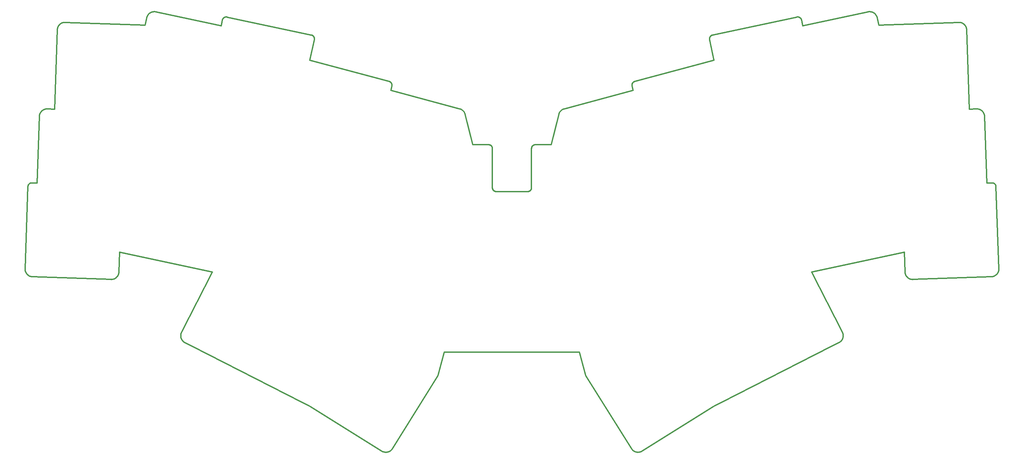
<source format=gko>
%TF.GenerationSoftware,KiCad,Pcbnew,(6.0.6)*%
%TF.CreationDate,2022-07-10T22:01:46+09:00*%
%TF.ProjectId,nowt,6e6f7774-2e6b-4696-9361-645f70636258,rev?*%
%TF.SameCoordinates,Original*%
%TF.FileFunction,Profile,NP*%
%FSLAX46Y46*%
G04 Gerber Fmt 4.6, Leading zero omitted, Abs format (unit mm)*
G04 Created by KiCad (PCBNEW (6.0.6)) date 2022-07-10 22:01:46*
%MOMM*%
%LPD*%
G01*
G04 APERTURE LIST*
%TA.AperFunction,Profile*%
%ADD10C,0.349999*%
%TD*%
G04 APERTURE END LIST*
D10*
X72732052Y-26633205D02*
X72684562Y-26643585D01*
X179229312Y-137667739D02*
X179229312Y-137667739D01*
X270294066Y-91684858D02*
X270321484Y-91591155D01*
X196459436Y-32146363D02*
X196458571Y-32196008D01*
X230533221Y-108676893D02*
X230556741Y-108580901D01*
X262154177Y-29918351D02*
X262154177Y-29918351D01*
X31517647Y-28000906D02*
X31420438Y-28014372D01*
X239057900Y-26212028D02*
X239004616Y-26130299D01*
X239312655Y-26847300D02*
X239312655Y-26847300D01*
X197104277Y-31254241D02*
X197057938Y-31273081D01*
X30308662Y-28594722D02*
X30241604Y-28667264D01*
X266173669Y-50734683D02*
X266105080Y-50667580D01*
X115182141Y-43611429D02*
X115158412Y-43567870D01*
X95089535Y-31428482D02*
X95051952Y-31397916D01*
X140961129Y-70437724D02*
X140954768Y-70387679D01*
X61312380Y-107899411D02*
X61302364Y-107996489D01*
X158350196Y-50718048D02*
X158267650Y-50819922D01*
X26536623Y-50228640D02*
X26444609Y-50261262D01*
X115292264Y-44083444D02*
X115291830Y-44034582D01*
X246454202Y-92234775D02*
X246479056Y-92329472D01*
X140919427Y-60041605D02*
X140906354Y-59994511D01*
X115283828Y-43937348D02*
X115276284Y-43889153D01*
X159215351Y-50134709D02*
X159090155Y-50182210D01*
X260959039Y-28156219D02*
X260869103Y-28119283D01*
X238606083Y-25701634D02*
X238527461Y-25641840D01*
X157961692Y-51404106D02*
X157923999Y-51533734D01*
X23082637Y-69067515D02*
X23034527Y-69076596D01*
X150332259Y-71209324D02*
X150286748Y-71226887D01*
X21719967Y-91967790D02*
X21765159Y-92053167D01*
X270184942Y-91956298D02*
X270225732Y-91867596D01*
X261926812Y-29058686D02*
X261879662Y-28974045D01*
X22355374Y-69595762D02*
X22334060Y-69639653D01*
X22115069Y-92509003D02*
X22185383Y-92574359D01*
X151121017Y-59727217D02*
X151094989Y-59767715D01*
X133937526Y-51404093D02*
X133891589Y-51278317D01*
X270388610Y-91105950D02*
X270387606Y-91006736D01*
X176607371Y-44034612D02*
X176606939Y-44083476D01*
X45123022Y-92941581D02*
X45178184Y-92860700D01*
X196464389Y-32296279D02*
X196471169Y-32346757D01*
X140753275Y-59690353D02*
X140723020Y-59651530D01*
X115428202Y-137033728D02*
X127074427Y-118396346D01*
X115203592Y-43655914D02*
X115182141Y-43611429D01*
X23034527Y-69076596D02*
X22987000Y-69088000D01*
X270139818Y-92043001D02*
X270184942Y-91956298D01*
X115289014Y-43985854D02*
X115283828Y-43937348D01*
X150853716Y-70712723D02*
X150831790Y-70756332D01*
X219850350Y-27125968D02*
X219825312Y-27083788D01*
X196676131Y-31566918D02*
X196647174Y-31605205D01*
X72192515Y-26930397D02*
X72160257Y-26966351D01*
X265717927Y-50384675D02*
X265632564Y-50339464D01*
X266685037Y-51658970D02*
X266659348Y-51563062D01*
X247792500Y-93679900D02*
X247886202Y-93707303D01*
X132929984Y-50237615D02*
X132809048Y-50182236D01*
X159090155Y-50182210D02*
X158969219Y-50237593D01*
X248371389Y-93774355D02*
X248470599Y-93773337D01*
X72336989Y-26803832D02*
X72298703Y-26832788D01*
X237527444Y-25270441D02*
X237429897Y-25264460D01*
X150781583Y-70840244D02*
X150753369Y-70880384D01*
X31714403Y-27988342D02*
X31615691Y-27992209D01*
X53453532Y-25585768D02*
X53371694Y-25641844D01*
X177208207Y-43150756D02*
X177163704Y-43171411D01*
X176998061Y-43274526D02*
X176960094Y-43305158D01*
X114939113Y-43305142D02*
X114901148Y-43274510D01*
X114893202Y-137602513D02*
X114971278Y-137543905D01*
X30530817Y-28397626D02*
X30453761Y-28459444D01*
X246433973Y-92138751D02*
X246454202Y-92234775D01*
X261773790Y-28812742D02*
X261715327Y-28736324D01*
X239193221Y-26471921D02*
X239152303Y-26382985D01*
X219637436Y-26863558D02*
X219600545Y-26832779D01*
X94886303Y-31294074D02*
X94841302Y-31273092D01*
X141847361Y-71280237D02*
X141797317Y-71273879D01*
X145949603Y-71285399D02*
X141949603Y-71285399D01*
X150286748Y-71226887D02*
X150240408Y-71242218D01*
X140938638Y-60137704D02*
X140930200Y-60089363D01*
X22247560Y-69970004D02*
X22244601Y-70019530D01*
X177345170Y-137797033D02*
X177435668Y-137835152D01*
X22668216Y-92890970D02*
X22757716Y-92929939D01*
X220263125Y-28851722D02*
X219956149Y-27407487D01*
X265362947Y-50228750D02*
X265268999Y-50200556D01*
X23039268Y-93020588D02*
X23137067Y-93041620D01*
X94381060Y-126216544D02*
X112670657Y-137669425D01*
X115187462Y-137345843D02*
X115253027Y-137272754D01*
X73129115Y-26637251D02*
X73129115Y-26637251D01*
X52951753Y-26051269D02*
X52894548Y-26130303D01*
X268943344Y-92998125D02*
X269036563Y-92968736D01*
X177816101Y-137942532D02*
X177913822Y-137957446D01*
X177300430Y-43115971D02*
X177253806Y-43132258D01*
X150807735Y-70798866D02*
X150781583Y-70840244D01*
X218871195Y-26621047D02*
X218820719Y-26627828D01*
X140504178Y-59453294D02*
X140462782Y-59427148D01*
X61552420Y-109132568D02*
X61602451Y-109216748D01*
X62217312Y-109837216D02*
X62301801Y-109888442D01*
X140949603Y-60285399D02*
X140948373Y-60235804D01*
X268458163Y-93075324D02*
X268557205Y-93069429D01*
X29797051Y-29527887D02*
X29776817Y-29623916D01*
X22244601Y-70019530D02*
X22244601Y-70019530D01*
X115118553Y-137415467D02*
X115187462Y-137345843D01*
X158061496Y-51156710D02*
X158007627Y-51278328D01*
X29851319Y-29339973D02*
X29821909Y-29433185D01*
X178876335Y-137843293D02*
X178967259Y-137806200D01*
X164824786Y-118396346D02*
X176470996Y-137034179D01*
X140462782Y-59427148D02*
X140420230Y-59403099D01*
X22297966Y-69730316D02*
X22283260Y-69776925D01*
X178499446Y-137945570D02*
X178595296Y-137926974D01*
X115276284Y-43889153D02*
X115266393Y-43841357D01*
X248077439Y-93748304D02*
X248174642Y-93761776D01*
X141028196Y-70674672D02*
X141010290Y-70629262D01*
X261447666Y-28461694D02*
X261372948Y-28401404D01*
X150891043Y-70622609D02*
X150873479Y-70668121D01*
X269299612Y-69290022D02*
X269261076Y-69259113D01*
X239261986Y-26655976D02*
X239229815Y-26562966D01*
X177913822Y-137957446D02*
X178011802Y-137967483D01*
X113209932Y-137904890D02*
X113304821Y-137928071D01*
X176780956Y-137415745D02*
X176853122Y-137481756D01*
X45672885Y-86820426D02*
X69356166Y-91854468D01*
X115158412Y-43567870D02*
X115132554Y-43525540D01*
X230471809Y-108865618D02*
X230504855Y-108772017D01*
X176711987Y-137346163D02*
X176780956Y-137415745D01*
X150620761Y-71026747D02*
X150583343Y-71058982D01*
X95051952Y-31397916D02*
X95012789Y-31369118D01*
X260683118Y-28058482D02*
X260587328Y-28034860D01*
X269494489Y-69511261D02*
X269466900Y-69470816D01*
X140873441Y-59902645D02*
X140853670Y-59858037D01*
X151473461Y-59407678D02*
X151431616Y-59431704D01*
X266555503Y-51287900D02*
X266512395Y-51200771D01*
X23440608Y-93075339D02*
X23440608Y-93075339D01*
X114645407Y-43132242D02*
X114598783Y-43115955D01*
X30864014Y-28191826D02*
X30777302Y-28236931D01*
X114974765Y-45384867D02*
X114974765Y-45384867D01*
X30610536Y-28339893D02*
X30530817Y-28397626D01*
X61296583Y-108191587D02*
X61300846Y-108289253D01*
X248470599Y-93773337D02*
X248470599Y-93773337D01*
X269128133Y-92934870D02*
X269217892Y-92896599D01*
X141390504Y-71114626D02*
X141351298Y-71086747D01*
X53012778Y-25975076D02*
X52951753Y-26051269D01*
X21512065Y-91006743D02*
X21511073Y-91109676D01*
X141177966Y-70921511D02*
X141148279Y-70883736D01*
X44106924Y-93679847D02*
X44199121Y-93647921D01*
X150970238Y-60084182D02*
X150961375Y-60133354D01*
X72025857Y-27169584D02*
X72004876Y-27214584D01*
X52841264Y-26212031D02*
X52792002Y-26296309D01*
X23279246Y-69055037D02*
X23229635Y-69054517D01*
X219956149Y-27407487D02*
X219944177Y-27357423D01*
X248174642Y-93761776D02*
X248272681Y-93770481D01*
X71943103Y-27407483D02*
X71636073Y-28851722D01*
X268458163Y-93075324D02*
X268458163Y-93075324D01*
X21609315Y-91698138D02*
X21641924Y-91790146D01*
X230122960Y-109453058D02*
X230184579Y-109377345D01*
X95012789Y-31369118D02*
X94972095Y-31342162D01*
X266594451Y-51377406D02*
X266555503Y-51287900D01*
X151949603Y-59287265D02*
X151898208Y-59288563D01*
X247110844Y-93303191D02*
X247187893Y-93365010D01*
X54763267Y-25275298D02*
X54665214Y-25266857D01*
X21538593Y-91410930D02*
X21557528Y-91508400D01*
X145949603Y-112396346D02*
X145949603Y-112396346D01*
X22047981Y-92440397D02*
X22115069Y-92509003D01*
X61342415Y-108580593D02*
X61365912Y-108676563D01*
X237233945Y-25266856D02*
X237135890Y-25275297D01*
X112670657Y-137669425D02*
X112756081Y-137719996D01*
X133264176Y-50447946D02*
X133157854Y-50370781D01*
X269645899Y-69920900D02*
X269638131Y-69872298D01*
X269180093Y-69203455D02*
X269137812Y-69178767D01*
X113497318Y-137960397D02*
X113594575Y-137969484D01*
X229916846Y-109661084D02*
X229988978Y-109595063D01*
X158191814Y-50927198D02*
X158122994Y-51039564D01*
X157923999Y-51533734D02*
X155949603Y-59287265D01*
X265544860Y-50298325D02*
X265454944Y-50261380D01*
X150656695Y-70992553D02*
X150656695Y-70992553D01*
X72160257Y-26966351D02*
X72129692Y-27003934D01*
X266300965Y-50878440D02*
X266239007Y-50805010D01*
X45063825Y-93019842D02*
X45123022Y-92941581D01*
X43528069Y-93774327D02*
X43626771Y-93770447D01*
X140853670Y-59858037D02*
X140831733Y-59814422D01*
X45491674Y-91943369D02*
X45497592Y-91844336D01*
X247609764Y-93611596D02*
X247700299Y-93647977D01*
X52792002Y-26296309D02*
X52746861Y-26382988D01*
X151797501Y-59298759D02*
X151748313Y-59307532D01*
X72977762Y-26616866D02*
X72927767Y-26615232D01*
X266739703Y-52060307D02*
X266733510Y-51957559D01*
X262099500Y-29516948D02*
X262073804Y-29421026D01*
X238753273Y-25831794D02*
X238681388Y-25765001D01*
X22335202Y-92694801D02*
X22414466Y-92749628D01*
X72298703Y-26832788D02*
X72261812Y-26863567D01*
X140286457Y-59343876D02*
X140240100Y-59328556D01*
X22848752Y-69135837D02*
X22804390Y-69156220D01*
X128682116Y-112396346D02*
X145949603Y-112396346D01*
X151314130Y-59515102D02*
X151277860Y-59546467D01*
X176960094Y-43305158D02*
X176923646Y-43337623D01*
X269474688Y-92756095D02*
X269555588Y-92700942D01*
X264774532Y-50130367D02*
X264671603Y-50131333D01*
X247349815Y-93476333D02*
X247434356Y-93525712D01*
X72073941Y-27083793D02*
X72048903Y-27125971D01*
X25940783Y-50543395D02*
X25866068Y-50603686D01*
X261828611Y-28892023D02*
X261773790Y-28812742D01*
X95348682Y-31770834D02*
X95327499Y-31727711D01*
X140949603Y-60285399D02*
X140949603Y-60285399D01*
X112932800Y-137807635D02*
X113023746Y-137844643D01*
X269217892Y-92896599D02*
X269305679Y-92853997D01*
X269654238Y-70019530D02*
X269654238Y-70019530D01*
X151048774Y-59852556D02*
X151028712Y-59896776D01*
X133157854Y-50370781D02*
X133046355Y-50300567D01*
X261715327Y-28736324D02*
X261653353Y-28662888D01*
X115253027Y-137272754D02*
X115315101Y-137196304D01*
X140656558Y-59578173D02*
X140656558Y-59578173D01*
X62301801Y-109888442D02*
X62389102Y-109935630D01*
X265800820Y-50433838D02*
X265717927Y-50384675D01*
X95252051Y-31605223D02*
X95223095Y-31566935D01*
X25386945Y-51200681D02*
X25343828Y-51287821D01*
X43822001Y-93748261D02*
X43918198Y-93730079D01*
X266239007Y-50805010D02*
X266173669Y-50734683D01*
X269305679Y-92853997D02*
X269391331Y-92807138D01*
X261587999Y-28592557D02*
X261519393Y-28525452D01*
X239706683Y-28701015D02*
X239706683Y-28701015D01*
X176606939Y-44083476D02*
X176608899Y-44132386D01*
X270225732Y-91867596D02*
X270262128Y-91777060D01*
X237429897Y-25264460D02*
X237332006Y-25263255D01*
X219929842Y-27308552D02*
X219913217Y-27260923D01*
X114861734Y-43245766D02*
X114820942Y-43218963D01*
X133631557Y-50819922D02*
X133549010Y-50718051D01*
X45229237Y-92777362D02*
X45276108Y-92691728D01*
X53988458Y-25341472D02*
X53895246Y-25370843D01*
X230499626Y-107518401D02*
X230466082Y-107425818D01*
X176525722Y-137117016D02*
X176584226Y-137196695D01*
X72048903Y-27125971D02*
X72025857Y-27169584D01*
X230556741Y-108580901D02*
X230575429Y-108484219D01*
X45480912Y-92041559D02*
X45491674Y-91943369D01*
X150949603Y-70285399D02*
X150949603Y-70285399D01*
X176853122Y-137481756D02*
X176928342Y-137544091D01*
X95327499Y-31727711D02*
X95304301Y-31685685D01*
X25304873Y-51377337D02*
X25270208Y-51469110D01*
X266512395Y-51200771D02*
X266465258Y-51116139D01*
X270262128Y-91777060D02*
X270294066Y-91684858D01*
X115428202Y-137033728D02*
X115428202Y-137033728D01*
X140950905Y-70336896D02*
X140949603Y-70285437D01*
X237135890Y-25275297D02*
X237038015Y-25288610D01*
X197487612Y-126216643D02*
X229509402Y-109935973D01*
X145949603Y-112396346D02*
X163217089Y-112396346D01*
X158122994Y-51039564D02*
X158061496Y-51156710D01*
X150949603Y-60285434D02*
X150949603Y-70285399D01*
X95440628Y-32196018D02*
X95439765Y-32146374D01*
X230552663Y-107707165D02*
X230528490Y-107612242D01*
X141094387Y-70803959D02*
X141070307Y-70762083D01*
X140331985Y-59361429D02*
X140286457Y-59343876D01*
X133549010Y-50718051D02*
X133460060Y-50621891D01*
X266659348Y-51563062D02*
X266629109Y-51469167D01*
X114554688Y-137797130D02*
X114642959Y-137754655D01*
X22894029Y-69117651D02*
X22848752Y-69135837D01*
X178690178Y-137903709D02*
X178783916Y-137875806D01*
X22849472Y-92964618D02*
X22943363Y-92994878D01*
X114901148Y-43274510D02*
X114861734Y-43245766D01*
X52894548Y-26130303D02*
X52841264Y-26212031D01*
X25725741Y-50734551D02*
X25660389Y-50804882D01*
X158267650Y-50819922D02*
X158191814Y-50927198D01*
X114642959Y-137754655D02*
X114728898Y-137707991D01*
X230184579Y-109377345D02*
X230242463Y-109298670D01*
X29966118Y-29070885D02*
X29923497Y-29158661D01*
X265268999Y-50200556D02*
X265173229Y-50176919D01*
X115075086Y-43445461D02*
X115043617Y-43407821D01*
X95192318Y-31530043D02*
X95159766Y-31494620D01*
X219070327Y-26619406D02*
X219021109Y-26616091D01*
X61309896Y-108386761D02*
X61323748Y-108483933D01*
X264976744Y-50143801D02*
X264876289Y-50134563D01*
X25598418Y-50878318D02*
X25539959Y-50954737D01*
X246401766Y-91844329D02*
X246407681Y-91943366D01*
X22718747Y-69203458D02*
X22677632Y-69230251D01*
X248272681Y-93770481D02*
X248371389Y-93774355D01*
X150981465Y-60035876D02*
X150970238Y-60084182D01*
X30241604Y-28667264D02*
X30178435Y-28742749D01*
X72878124Y-26616097D02*
X72828907Y-26619413D01*
X219706736Y-26930389D02*
X219672858Y-26896111D01*
X25270208Y-51469110D02*
X25239964Y-51563018D01*
X61981866Y-109660660D02*
X62057229Y-109723190D01*
X158969219Y-50237593D02*
X158852848Y-50300548D01*
X230575429Y-108484219D02*
X230589300Y-108387023D01*
X72591831Y-26671069D02*
X72546738Y-26688076D01*
X176645029Y-43794071D02*
X176632804Y-43841382D01*
X115258303Y-44326695D02*
X115269951Y-44278480D01*
X150994996Y-59988498D02*
X150981465Y-60035876D01*
X151277860Y-59546467D02*
X151243140Y-59579510D01*
X270362514Y-91399912D02*
X270376002Y-91302704D01*
X269615582Y-69776925D02*
X269600875Y-69730314D01*
X237038015Y-25288610D02*
X236940493Y-25306828D01*
X25660389Y-50804882D02*
X25598418Y-50878318D01*
X140145231Y-59304752D02*
X140096883Y-59296335D01*
X25177055Y-51856337D02*
X25165793Y-51957572D01*
X176629254Y-44278517D02*
X176640902Y-44326733D01*
X73129115Y-26637251D02*
X73078511Y-26627828D01*
X151010766Y-59942110D02*
X150994996Y-59988498D01*
X246226321Y-86820426D02*
X246401766Y-91844329D01*
X196460206Y-32246005D02*
X196464389Y-32296279D01*
X269600875Y-69730314D02*
X269583929Y-69684530D01*
X177163704Y-43171411D02*
X177120368Y-43194170D01*
X72502594Y-26707196D02*
X72459472Y-26728380D01*
X151028712Y-59896776D02*
X151010766Y-59942110D01*
X45672885Y-86820426D02*
X45672885Y-86820426D01*
X196847282Y-31397901D02*
X196809697Y-31428466D01*
X26726375Y-50176830D02*
X26630588Y-50200456D01*
X260390803Y-28001776D02*
X260290328Y-27992558D01*
X72226391Y-26896119D02*
X72192515Y-26930397D01*
X26823853Y-50157884D02*
X26726375Y-50176830D01*
X114728898Y-137707991D02*
X114812361Y-137657243D01*
X115010418Y-43371851D02*
X114975560Y-43337607D01*
X261046763Y-28197350D02*
X260959039Y-28156219D01*
X53371694Y-25641844D02*
X53293074Y-25701638D01*
X61300846Y-108289253D02*
X61309896Y-108386761D01*
X246776340Y-92941621D02*
X246835541Y-93019886D01*
X30379534Y-28525285D02*
X30379534Y-28525285D01*
X150690891Y-70956620D02*
X150656695Y-70992553D01*
X52192523Y-28701015D02*
X52192523Y-28701015D01*
X269261076Y-69259113D02*
X269221208Y-69230247D01*
X177622634Y-137898095D02*
X177718814Y-137922713D01*
X270387606Y-91006736D02*
X269654238Y-70019530D01*
X269543466Y-69595760D02*
X269520023Y-69552936D01*
X150544522Y-71089222D02*
X150504382Y-71117434D01*
X29923497Y-29158661D02*
X29885206Y-29248411D01*
X31324229Y-28032544D02*
X31229187Y-28055361D01*
X177256857Y-137754620D02*
X177345170Y-137797033D01*
X22562113Y-69322947D02*
X22526672Y-69357667D01*
X115158412Y-43567870D02*
X115158412Y-43567870D01*
X247700299Y-93647977D02*
X247792500Y-93679900D01*
X115239617Y-43747311D02*
X115222755Y-43701237D01*
X261969931Y-29145826D02*
X261926812Y-29058686D01*
X179056514Y-137764557D02*
X179143923Y-137718393D01*
X21515244Y-91211439D02*
X21524458Y-91311900D01*
X149949572Y-71285434D02*
X149949572Y-71285434D01*
X133365013Y-50531753D02*
X133264176Y-50447946D01*
X230427873Y-107334672D02*
X230385012Y-107245139D01*
X219352503Y-26688066D02*
X219307409Y-26671059D01*
X95279135Y-31644831D02*
X95252051Y-31605223D01*
X246479056Y-92329472D02*
X246508462Y-92422680D01*
X151094989Y-59767715D02*
X151070887Y-59809515D01*
X53538047Y-25533815D02*
X53453532Y-25585768D01*
X219956149Y-27407487D02*
X219956149Y-27407487D01*
X114551203Y-43101933D02*
X114551203Y-43101933D01*
X238185991Y-25443293D02*
X238095736Y-25404792D01*
X114598783Y-43115955D02*
X114551203Y-43101933D01*
X141652241Y-71240445D02*
X141605777Y-71224724D01*
X268911839Y-69087996D02*
X268864314Y-69076592D01*
X268752604Y-93043175D02*
X268848637Y-93022962D01*
X114975560Y-43337607D02*
X114939113Y-43305142D01*
X140906354Y-59994511D02*
X140891014Y-59948164D01*
X219214676Y-26643576D02*
X219167185Y-26633197D01*
X54274691Y-25281167D02*
X54178355Y-25296602D01*
X239152303Y-26382985D02*
X239107163Y-26296305D01*
X135949603Y-59287265D02*
X135949603Y-59287265D01*
X115266393Y-43841357D02*
X115254167Y-43794047D01*
X266359413Y-50954852D02*
X266300965Y-50878440D01*
X269004809Y-69117647D02*
X268958699Y-69101691D01*
X163217089Y-112396346D02*
X164824786Y-118396346D01*
X22493138Y-69393940D02*
X22461548Y-69431684D01*
X140981092Y-70535347D02*
X140969924Y-70486967D01*
X72129692Y-27003934D02*
X72100895Y-27043097D01*
X176676441Y-43701259D02*
X176659579Y-43747334D01*
X26018359Y-50486693D02*
X25940783Y-50543395D01*
X266465258Y-51116139D02*
X266414220Y-51034126D01*
X29744601Y-29918353D02*
X29744601Y-29918353D01*
X45497592Y-91844336D02*
X45672885Y-86820426D01*
X23229635Y-69054517D02*
X23180274Y-69056444D01*
X269633868Y-92641753D02*
X269709369Y-92578601D01*
X150949603Y-70285399D02*
X150948374Y-70334994D01*
X196571720Y-31727694D02*
X196550535Y-31770818D01*
X95439765Y-32146374D02*
X95436452Y-32097156D01*
X94648402Y-31211313D02*
X73129115Y-26637251D01*
X266629109Y-51469167D02*
X266594451Y-51377406D01*
X53077523Y-25901870D02*
X53012778Y-25975076D01*
X22496470Y-92800685D02*
X22581093Y-92847842D01*
X54082886Y-25316714D02*
X53988458Y-25341472D01*
X230589300Y-108387023D02*
X230598367Y-108289491D01*
X140583173Y-59511743D02*
X140544336Y-59481504D01*
X196499561Y-31906026D02*
X196486923Y-31952794D01*
X239229815Y-26562966D02*
X239193221Y-26471921D01*
X179229312Y-137667739D02*
X197487612Y-126216643D01*
X61346595Y-107707082D02*
X61327129Y-107802883D01*
X26266955Y-50339334D02*
X26181575Y-50384541D01*
X177435668Y-137835152D02*
X177528204Y-137868874D01*
X158852848Y-50300548D02*
X158741348Y-50370765D01*
X22677632Y-69230251D02*
X22637766Y-69259117D01*
X21984239Y-92368671D02*
X22047981Y-92440397D01*
X196594920Y-31685668D02*
X196571720Y-31727694D01*
X140891014Y-59948164D02*
X140873441Y-59902645D01*
X151652583Y-59332115D02*
X151606167Y-59347800D01*
X71969411Y-27308551D02*
X71955075Y-27357420D01*
X261879662Y-28974045D02*
X261828611Y-28892023D01*
X94841302Y-31273092D02*
X94794964Y-31254251D01*
X246401766Y-91844329D02*
X246401766Y-91844329D01*
X237816278Y-25316711D02*
X237720809Y-25296599D01*
X115104756Y-43484719D02*
X115075086Y-43445461D01*
X177078268Y-43218978D02*
X177037476Y-43245781D01*
X176924441Y-45384867D02*
X159344500Y-50095401D01*
X150930210Y-70481425D02*
X150919442Y-70529179D01*
X44465051Y-93525653D02*
X44549586Y-93476274D01*
X115279160Y-44229959D02*
X115285940Y-44181220D01*
X270376002Y-91302704D02*
X270384721Y-91204662D01*
X23440608Y-93075339D02*
X43428866Y-93773314D01*
X21678848Y-91880073D02*
X21719967Y-91967790D01*
X159344500Y-50095401D02*
X159215351Y-50134709D01*
X44711499Y-93364952D02*
X44788543Y-93303135D01*
X262043557Y-29327117D02*
X262008890Y-29235344D01*
X219522650Y-26776736D02*
X219481797Y-26751569D01*
X114820942Y-43218963D02*
X114778844Y-43194155D01*
X22761027Y-69178771D02*
X22718747Y-69203458D01*
X23137067Y-93041620D02*
X23236637Y-93057842D01*
X26181575Y-50384541D02*
X26098666Y-50433701D01*
X176928342Y-137544091D02*
X177006470Y-137602649D01*
X219307409Y-26671059D02*
X219261442Y-26656213D01*
X94794964Y-31254251D02*
X94747335Y-31237624D01*
X177087362Y-137657325D02*
X177170873Y-137708016D01*
X219167185Y-26633197D02*
X219119043Y-26625125D01*
X238361108Y-25533811D02*
X238274506Y-25486310D01*
X113116181Y-137877071D02*
X113209932Y-137904890D01*
X196620087Y-31644814D02*
X196594920Y-31685668D01*
X61323748Y-108483933D02*
X61342415Y-108580593D01*
X128682116Y-112396346D02*
X128682116Y-112396346D01*
X158635027Y-50447933D02*
X158534191Y-50531744D01*
X95159766Y-31494620D02*
X95125489Y-31460742D01*
X158534191Y-50531744D02*
X158439145Y-50621885D01*
X43428866Y-93773314D02*
X43528069Y-93774327D01*
X140048035Y-59290287D02*
X139998769Y-59286642D01*
X151178602Y-59650382D02*
X151148909Y-59688085D01*
X69356166Y-91854468D02*
X69356166Y-91854468D01*
X269466900Y-69470816D02*
X269437293Y-69431680D01*
X150961375Y-60133354D02*
X150954939Y-60183328D01*
X197487612Y-126216643D02*
X197487612Y-126216643D01*
X197602359Y-37674814D02*
X177348010Y-43101950D01*
X62057229Y-109723190D02*
X62135750Y-109782087D01*
X45276108Y-92691728D02*
X45318722Y-92603959D01*
X229509402Y-109935973D02*
X229596744Y-109888808D01*
X22637766Y-69259117D02*
X22599232Y-69290026D01*
X114551203Y-43101933D02*
X94296847Y-37674814D01*
X246226321Y-86820426D02*
X246226321Y-86820426D01*
X230598367Y-108289491D02*
X230602644Y-108191800D01*
X267334750Y-69099917D02*
X267334750Y-69099917D01*
X237720809Y-25296599D02*
X237624473Y-25281165D01*
X219439771Y-26728370D02*
X219396648Y-26707186D01*
X52609528Y-26750805D02*
X52586505Y-26847303D01*
X196647174Y-31605205D02*
X196620087Y-31644814D01*
X139998769Y-59286642D02*
X139949168Y-59285434D01*
X150919442Y-70529179D02*
X150906376Y-70576267D01*
X178207836Y-137973049D02*
X178305540Y-137968637D01*
X61399625Y-107518371D02*
X61370765Y-107612186D01*
X238003916Y-25370840D02*
X237910705Y-25341469D01*
X114464231Y-137835314D02*
X114554688Y-137797130D01*
X151391071Y-59457658D02*
X151351888Y-59485478D01*
X61427269Y-108865249D02*
X61464713Y-108956683D01*
X196471169Y-32346757D02*
X196480593Y-32397362D01*
X141949603Y-71285399D02*
X141949603Y-71285399D01*
X247267606Y-93422745D02*
X247349815Y-93476333D01*
X22461548Y-69431684D02*
X22431940Y-69470819D01*
X176740786Y-43567889D02*
X176740786Y-43567889D01*
X141699693Y-71253920D02*
X141652241Y-71240445D01*
X230528490Y-107612242D02*
X230499626Y-107518401D01*
X269437293Y-69431680D02*
X269405705Y-69393936D01*
X72004876Y-27214584D02*
X71986036Y-27260923D01*
X196458571Y-32196008D02*
X196460206Y-32246005D01*
X61841073Y-109525241D02*
X61909775Y-109594632D01*
X140954768Y-70387679D02*
X140950905Y-70336896D01*
X269372173Y-69357663D02*
X269336734Y-69322943D01*
X267334750Y-69099917D02*
X266739703Y-52060307D01*
X155949603Y-59287265D02*
X155949603Y-59287265D01*
X72780192Y-26625132D02*
X72732052Y-26633205D01*
X150873479Y-70668121D02*
X150853716Y-70712723D01*
X158741348Y-50370765D02*
X158635027Y-50447933D01*
X229841442Y-109723604D02*
X229916846Y-109661084D01*
X43626771Y-93770447D02*
X43724803Y-93761738D01*
X54567155Y-25263256D02*
X54469265Y-25264462D01*
X61433162Y-107425814D02*
X61399625Y-107518371D01*
X238527461Y-25641840D02*
X238445620Y-25585764D01*
X268864314Y-69076592D02*
X268816205Y-69067511D01*
X247187893Y-93365010D02*
X247267606Y-93422745D01*
X95422663Y-32000299D02*
X95412286Y-31952808D01*
X140620608Y-59543977D02*
X140583173Y-59511743D01*
X177006470Y-137602649D02*
X177087362Y-137657325D01*
X236940493Y-25306828D02*
X236940493Y-25306828D01*
X269094449Y-69156216D02*
X269050087Y-69135833D01*
X219481797Y-26751569D02*
X219439771Y-26728370D01*
X31135478Y-28082759D02*
X31043269Y-28114678D01*
X113304821Y-137928071D02*
X113400675Y-137946583D01*
X22526672Y-69357667D02*
X22493138Y-69393940D01*
X246508462Y-92422680D02*
X246542344Y-92514238D01*
X45357007Y-92514217D02*
X45390889Y-92422663D01*
X45497592Y-91844336D02*
X45497592Y-91844336D01*
X22599232Y-69290026D02*
X22562113Y-69322947D01*
X270344321Y-91496117D02*
X270362514Y-91399912D01*
X196969322Y-31317109D02*
X196927142Y-31342148D01*
X114371731Y-137869104D02*
X114464231Y-137835314D01*
X269651281Y-69970004D02*
X269645899Y-69920900D01*
X43428866Y-93773314D02*
X43428866Y-93773314D01*
X21557528Y-91508400D02*
X21581143Y-91604179D01*
X196480593Y-32397362D02*
X197602359Y-37674814D01*
X268619601Y-69055033D02*
X268619601Y-69055033D01*
X237624473Y-25281165D02*
X237527444Y-25270441D01*
X44199121Y-93647921D02*
X44289652Y-93611539D01*
X115132554Y-43525540D02*
X115104756Y-43484719D01*
X197012936Y-31294062D02*
X196969322Y-31317109D01*
X29036982Y-50194493D02*
X29036982Y-50194493D01*
X150376860Y-71189564D02*
X150332259Y-71209324D01*
X176659579Y-43747334D02*
X176645029Y-43794071D01*
X127074427Y-118396346D02*
X127074427Y-118396346D01*
X196468470Y-32048427D02*
X196462752Y-32097144D01*
X177348010Y-43101950D02*
X177348010Y-43101950D01*
X72828907Y-26619413D02*
X72780192Y-26625132D01*
X219600545Y-26832779D02*
X219562258Y-26803822D01*
X141148279Y-70883736D02*
X141120398Y-70844531D01*
X113888274Y-137968088D02*
X113986232Y-137957972D01*
X150583343Y-71058982D02*
X150544522Y-71089222D01*
X196550535Y-31770818D02*
X196531415Y-31814964D01*
X150240408Y-71242218D02*
X150193323Y-71255283D01*
X266722248Y-51856340D02*
X266706048Y-51756770D01*
X176470996Y-137034179D02*
X176525722Y-137117016D01*
X197057938Y-31273081D02*
X197012936Y-31294062D01*
X140969924Y-70486967D02*
X140961129Y-70437724D01*
X158439145Y-50621885D02*
X158350196Y-50718048D01*
X22404351Y-69511264D02*
X22378817Y-69552939D01*
X140192997Y-59315504D02*
X140145231Y-59304752D01*
X61602451Y-109216748D02*
X61656448Y-109298241D01*
X95418597Y-32397368D02*
X95428024Y-32346764D01*
X140831733Y-59814422D02*
X140807666Y-59771882D01*
X30952726Y-28151054D02*
X30864014Y-28191826D01*
X151351888Y-59485478D02*
X151314130Y-59515102D01*
X197602359Y-37674814D02*
X197602359Y-37674814D01*
X30379534Y-28525285D02*
X30308662Y-28594722D01*
X45318722Y-92603959D02*
X45357007Y-92514217D01*
X197250842Y-31211308D02*
X197250842Y-31211308D01*
X62389102Y-109935630D02*
X62389102Y-109935630D01*
X72100895Y-27043097D02*
X72073941Y-27083793D01*
X220263125Y-28851722D02*
X220263125Y-28851722D01*
X95412286Y-31952808D02*
X95399651Y-31906041D01*
X218770114Y-26637253D02*
X197250842Y-31211308D01*
X52586505Y-26847303D02*
X52586505Y-26847303D01*
X248470599Y-93773337D02*
X268458163Y-93075324D01*
X238821639Y-25901866D02*
X238753273Y-25831794D01*
X219873396Y-27169582D02*
X219850350Y-27125968D01*
X45420294Y-92329458D02*
X45445149Y-92234766D01*
X262136720Y-29714349D02*
X262120515Y-29614763D01*
X115046443Y-137481522D02*
X115118553Y-137415467D01*
X150145573Y-71266048D02*
X150097241Y-71274480D01*
X61327129Y-107802883D02*
X61312380Y-107899411D01*
X21867279Y-92216379D02*
X21923965Y-92293955D01*
X25485140Y-51034018D02*
X25434092Y-51116040D01*
X268557205Y-93069429D02*
X268655406Y-93058688D01*
X219894377Y-27214583D02*
X219873396Y-27169582D01*
X246542344Y-92514238D02*
X246580630Y-92603985D01*
X176610186Y-43985883D02*
X176607371Y-44034612D01*
X140544336Y-59481504D02*
X140504178Y-59453294D01*
X25794344Y-50667445D02*
X25725741Y-50734551D01*
X94972095Y-31342162D02*
X94929916Y-31317122D01*
X269564780Y-69639651D02*
X269543466Y-69595760D01*
X151949603Y-59287265D02*
X151949603Y-59287265D01*
X26444609Y-50261262D02*
X26354676Y-50298200D01*
X29761282Y-29721111D02*
X29750519Y-29819310D01*
X151847487Y-59292415D02*
X151797501Y-59298759D01*
X45465379Y-92138745D02*
X45480912Y-92041559D01*
X246623246Y-92691758D02*
X246670119Y-92777396D01*
X151560799Y-59365664D02*
X151516543Y-59385644D01*
X140807666Y-59771882D02*
X140781502Y-59730498D01*
X139949168Y-59285434D02*
X139949168Y-59285434D01*
X269851382Y-92440703D02*
X269917238Y-92366492D01*
X158007627Y-51278328D02*
X157961692Y-51404106D01*
X141313521Y-71057061D02*
X141277237Y-71025632D01*
X52705943Y-26471924D02*
X52669348Y-26562970D01*
X141797317Y-71273879D02*
X141748073Y-71265085D01*
X53713168Y-25443296D02*
X53624651Y-25486314D01*
X176640902Y-44326733D02*
X176640902Y-44326733D01*
X45390889Y-92422663D02*
X45420294Y-92329458D01*
X133707395Y-50927194D02*
X133631557Y-50819922D01*
X269917238Y-92366492D02*
X269979072Y-92289450D01*
X30064058Y-28901900D02*
X30012996Y-28985244D01*
X269221208Y-69230247D02*
X269180093Y-69203455D01*
X43918198Y-93730079D02*
X44013228Y-93707253D01*
X230504855Y-108772017D02*
X230504855Y-108772017D01*
X27228083Y-50131324D02*
X27228083Y-50131324D01*
X61656448Y-109298241D02*
X61714294Y-109376910D01*
X196514407Y-31860058D02*
X196499561Y-31906026D01*
X53145888Y-25831798D02*
X53077523Y-25901870D01*
X31813616Y-27989368D02*
X31714403Y-27988342D01*
X176622914Y-43889180D02*
X176615370Y-43937376D01*
X72546738Y-26688076D02*
X72502594Y-26707196D01*
X73028035Y-26621049D02*
X72977762Y-26616866D01*
X114735508Y-43171396D02*
X114691006Y-43150740D01*
X176924441Y-45384867D02*
X176924441Y-45384867D01*
X71636073Y-28851722D02*
X54958659Y-25306828D01*
X269391331Y-92807138D02*
X269474688Y-92756095D01*
X177253806Y-43132258D02*
X177208207Y-43150756D01*
X246835541Y-93019886D02*
X246898705Y-93095370D01*
X115222755Y-43701237D02*
X115203592Y-43655914D01*
X145949603Y-71285399D02*
X145949603Y-71285399D01*
X176794445Y-43484737D02*
X176766645Y-43525558D01*
X176608899Y-44132386D02*
X176613264Y-44181255D01*
X23337857Y-93069125D02*
X23440608Y-93075339D01*
X25539959Y-50954737D02*
X25485140Y-51034018D01*
X196739463Y-31494603D02*
X196706910Y-31530026D01*
X159344500Y-50095401D02*
X159344500Y-50095401D01*
X178305540Y-137968637D02*
X178402802Y-137959467D01*
X141431077Y-71140635D02*
X141390504Y-71114626D01*
X94296847Y-37674814D02*
X94296847Y-37674814D01*
X72927767Y-26615232D02*
X72878124Y-26616097D01*
X52669348Y-26562970D02*
X52637176Y-26655979D01*
X22562113Y-69322947D02*
X22562113Y-69322947D01*
X45178184Y-92860700D02*
X45229237Y-92777362D01*
X196809697Y-31428466D02*
X196773742Y-31460726D01*
X61909775Y-109594632D02*
X61981866Y-109660660D01*
X268718570Y-69056440D02*
X268669211Y-69054513D01*
X197200778Y-31223280D02*
X197151907Y-31237616D01*
X176620045Y-44229994D02*
X176629254Y-44278517D01*
X230385012Y-107245139D02*
X230385012Y-107245139D01*
X114691006Y-43150740D02*
X114645407Y-43132242D01*
X22283260Y-69776925D02*
X22270829Y-69824280D01*
X238947411Y-26051265D02*
X238886385Y-25975072D01*
X141120398Y-70844531D02*
X141094387Y-70803959D01*
X260085604Y-27989373D02*
X239706683Y-28701015D01*
X113790228Y-137973359D02*
X113888274Y-137968088D01*
X25434092Y-51116040D02*
X25386945Y-51200681D01*
X21581143Y-91604179D02*
X21609315Y-91698138D01*
X114812361Y-137657243D02*
X114893202Y-137602513D01*
X229509402Y-109935973D02*
X229509402Y-109935973D01*
X23279246Y-69055037D02*
X23279246Y-69055037D01*
X266733510Y-51957559D02*
X266722248Y-51856340D01*
X22378817Y-69552939D02*
X22355374Y-69595762D01*
X61297094Y-108093940D02*
X61296583Y-108191587D01*
X219913217Y-27260923D02*
X219894377Y-27214583D01*
X72417448Y-26751579D02*
X72376595Y-26776746D01*
X261519393Y-28525452D02*
X261447666Y-28461694D01*
X237910705Y-25341469D02*
X237816278Y-25316711D01*
X114974765Y-45384867D02*
X115258303Y-44326695D01*
X21524458Y-91311900D02*
X21538593Y-91410930D01*
X150954939Y-60183328D02*
X150950995Y-60234042D01*
X229681275Y-109837601D02*
X229762879Y-109782488D01*
X177718814Y-137922713D02*
X177718814Y-137922713D01*
X196886446Y-31369103D02*
X196847282Y-31397901D01*
X151699986Y-59318671D02*
X151652583Y-59332115D01*
X176717056Y-43611449D02*
X176695604Y-43655935D01*
X266414220Y-51034126D02*
X266359413Y-50954852D01*
X95304301Y-31685685D02*
X95279135Y-31644831D01*
X54665214Y-25266857D02*
X54567155Y-25263256D01*
X270090424Y-92127538D02*
X270139818Y-92043001D01*
X150504382Y-71117434D02*
X150463003Y-71143585D01*
X54861140Y-25288611D02*
X54763267Y-25275298D01*
X22270829Y-69824280D02*
X22260711Y-69872299D01*
X247521060Y-93570821D02*
X247609764Y-93611596D01*
X246721175Y-92860737D02*
X246776340Y-92941621D01*
X94381060Y-126216544D02*
X94381060Y-126216544D01*
X150048409Y-71280544D02*
X149999159Y-71284207D01*
X54958659Y-25306828D02*
X54958659Y-25306828D01*
X247036624Y-93237349D02*
X247110844Y-93303191D01*
X219119043Y-26625125D02*
X219070327Y-26619406D01*
X270387606Y-91006736D02*
X270387606Y-91006736D01*
X114083928Y-137942981D02*
X114181185Y-137923087D01*
X247434356Y-93525712D02*
X247521060Y-93570821D01*
X114971278Y-137543905D02*
X115046443Y-137481522D01*
X264671603Y-50131333D02*
X264671603Y-50131333D01*
X178595296Y-137926974D02*
X178690178Y-137903709D01*
X219672858Y-26896111D02*
X219637436Y-26863558D01*
X25239964Y-51563018D02*
X25214270Y-51658939D01*
X115290304Y-44132353D02*
X115292264Y-44083444D01*
X269654238Y-70019530D02*
X269651281Y-69970004D01*
X196927142Y-31342148D02*
X196886446Y-31369103D01*
X23236637Y-93057842D02*
X23337857Y-93069125D01*
X133460060Y-50621891D02*
X133365013Y-50531753D01*
X22185383Y-92574359D02*
X22258801Y-92636335D01*
X266033371Y-50603823D02*
X265958671Y-50543533D01*
X114181185Y-137923087D02*
X114181185Y-137923087D01*
X22581093Y-92847842D02*
X22668216Y-92890970D01*
X26098666Y-50433701D02*
X26018359Y-50486693D01*
X31420438Y-28014372D02*
X31324229Y-28032544D01*
X238095736Y-25404792D02*
X238003916Y-25370840D01*
X238274506Y-25486310D02*
X238185991Y-25443293D01*
X115258303Y-44326695D02*
X115258303Y-44326695D01*
X24564463Y-69099917D02*
X23279246Y-69055037D01*
X140948373Y-60235804D02*
X140944707Y-60186545D01*
X141949603Y-71285399D02*
X141898144Y-71284098D01*
X238681388Y-25765001D02*
X238606083Y-25701634D01*
X230346562Y-109132981D02*
X230392547Y-109046235D01*
X150906376Y-70576267D02*
X150891043Y-70622609D01*
X261132146Y-28242555D02*
X261046763Y-28197350D01*
X53453532Y-25585768D02*
X53453532Y-25585768D01*
X94929916Y-31317122D02*
X94886303Y-31294074D01*
X176632804Y-43841382D02*
X176622914Y-43889180D01*
X218820719Y-26627828D02*
X218770114Y-26637253D01*
X27023365Y-50134517D02*
X26922893Y-50143739D01*
X150656695Y-70992553D02*
X150620761Y-71026747D01*
X44549586Y-93476274D02*
X44631791Y-93422686D01*
X261295368Y-28344704D02*
X261215058Y-28291714D01*
X260869103Y-28119283D02*
X260777086Y-28086664D01*
X140949603Y-70285437D02*
X140949603Y-70285437D01*
X61471361Y-107334693D02*
X61433162Y-107425814D01*
X25193257Y-51756753D02*
X25177055Y-51856337D01*
X30777302Y-28236931D02*
X30692754Y-28286307D01*
X150097241Y-71274480D02*
X150048409Y-71280544D01*
X246898705Y-93095370D02*
X246965757Y-93167912D01*
X95223095Y-31566935D02*
X95192318Y-31530043D01*
X230057721Y-109525676D02*
X230122960Y-109453058D01*
X22258801Y-92636335D02*
X22335202Y-92694801D01*
X140240100Y-59328556D02*
X140192997Y-59315504D01*
X95438991Y-32246014D02*
X95440628Y-32196018D01*
X22414466Y-92749628D02*
X22496470Y-92800685D01*
X230392547Y-109046235D02*
X230434334Y-108957069D01*
X157923999Y-51533734D02*
X157923999Y-51533734D01*
X95430735Y-32048440D02*
X95422663Y-32000299D01*
X219021109Y-26616091D02*
X218971465Y-26615227D01*
X30692754Y-28286307D02*
X30610536Y-28339893D01*
X151070887Y-59809515D02*
X151048774Y-59852556D01*
X61370765Y-107612186D02*
X61346595Y-107707082D01*
X151148909Y-59688085D02*
X151121017Y-59727217D01*
X237332006Y-25263255D02*
X237233945Y-25266856D01*
X176855586Y-43407837D02*
X176824116Y-43445478D01*
X133837717Y-51156702D02*
X133776217Y-51039557D01*
X61775874Y-109452622D02*
X61841073Y-109525241D01*
X61464713Y-108956683D02*
X61506469Y-109045834D01*
X22252942Y-69920900D02*
X22247560Y-69970004D01*
X239107163Y-26296305D02*
X239057900Y-26212028D01*
X265454944Y-50261380D02*
X265362947Y-50228750D01*
X95418597Y-32397368D02*
X95418597Y-32397368D01*
X115269951Y-44278480D02*
X115279160Y-44229959D01*
X22757716Y-92929939D02*
X22849472Y-92964618D01*
X30119228Y-28821015D02*
X30064058Y-28901900D01*
X150831790Y-70756332D02*
X150807735Y-70798866D01*
X62389102Y-109935630D02*
X94381060Y-126216544D01*
X177348010Y-43101950D02*
X177300430Y-43115971D01*
X141560366Y-71206820D02*
X141516071Y-71186795D01*
X178011802Y-137967483D02*
X178109865Y-137972675D01*
X178967259Y-137806200D02*
X179056514Y-137764557D01*
X151748313Y-59307532D02*
X151699986Y-59318671D01*
X239004616Y-26130299D02*
X238947411Y-26051265D01*
X176695604Y-43655935D02*
X176676441Y-43701259D01*
X196531415Y-31814964D02*
X196514407Y-31860058D01*
X61514209Y-107245185D02*
X61514209Y-107245185D01*
X141209396Y-70957794D02*
X141177966Y-70921511D01*
X71955075Y-27357420D02*
X71943103Y-27407483D01*
X31043269Y-28114678D02*
X30952726Y-28151054D01*
X236940493Y-25306828D02*
X220263125Y-28851722D01*
X44631791Y-93422686D02*
X44711499Y-93364952D01*
X265632564Y-50339464D02*
X265544860Y-50298325D01*
X29821909Y-29433185D02*
X29797051Y-29527887D01*
X261372948Y-28401404D02*
X261295368Y-28344704D01*
X133891589Y-51278317D02*
X133837717Y-51156702D01*
X260587328Y-28034860D02*
X260489846Y-28015917D01*
X141898144Y-71284098D02*
X141847361Y-71280237D01*
X22244601Y-70019530D02*
X21512065Y-91006743D01*
X151210033Y-59614169D02*
X151178602Y-59650382D01*
X115373542Y-137116594D02*
X115428202Y-137033728D01*
X196476544Y-32000285D02*
X196468470Y-32048427D01*
X219769559Y-27003928D02*
X219738994Y-26966344D01*
X150193323Y-71255283D02*
X150145573Y-71266048D01*
X114778844Y-43194155D02*
X114735508Y-43171396D01*
X141048223Y-70718967D02*
X141028196Y-70674672D01*
X29776817Y-29623916D02*
X29761282Y-29721111D01*
X230242463Y-109298670D02*
X230296496Y-109217171D01*
X95125489Y-31460742D02*
X95089535Y-31428482D01*
X269709369Y-92578601D02*
X269781927Y-92511560D01*
X53293074Y-25701638D02*
X53217772Y-25765005D01*
X114277335Y-137898396D02*
X114371731Y-137869104D01*
X230602144Y-108094128D02*
X230596883Y-107996650D01*
X268816205Y-69067511D02*
X268767596Y-69060783D01*
X140949603Y-70285437D02*
X140949603Y-60285399D01*
X140376604Y-59381182D02*
X140331985Y-59361429D01*
X269050087Y-69135833D02*
X269004809Y-69117647D01*
X141277237Y-71025632D02*
X141242508Y-70992522D01*
X176613264Y-44181255D02*
X176620045Y-44229994D01*
X197250842Y-31211308D02*
X197200778Y-31223280D01*
X230385012Y-107245139D02*
X222543032Y-91854468D01*
X22943363Y-92994878D02*
X23039268Y-93020588D01*
X265075767Y-50157960D02*
X264976744Y-50143801D01*
X266105080Y-50667580D02*
X266033371Y-50603823D01*
X196773742Y-31460726D02*
X196739463Y-31494603D01*
X141351298Y-71086747D02*
X141313521Y-71057061D01*
X140420230Y-59403099D02*
X140376604Y-59381182D01*
X230296496Y-109217171D02*
X230346562Y-109132981D01*
X164824786Y-118396346D02*
X164824786Y-118396346D01*
X260188552Y-27988383D02*
X260085604Y-27989373D01*
X52192523Y-28701015D02*
X31813616Y-27989368D01*
X95399651Y-31906041D02*
X95384806Y-31860074D01*
X218770114Y-26637253D02*
X218770114Y-26637253D01*
X95367800Y-31814980D02*
X95348682Y-31770834D01*
X268958699Y-69101691D02*
X268911839Y-69087996D01*
X22804390Y-69156220D02*
X22761027Y-69178771D01*
X230504855Y-108772017D02*
X230533221Y-108676893D01*
X150753369Y-70880384D02*
X150723127Y-70919203D01*
X247981236Y-93730125D02*
X248077439Y-93748304D01*
X269583929Y-69684530D02*
X269564780Y-69639651D01*
X246407681Y-91943366D02*
X246418441Y-92041560D01*
X230466082Y-107425818D02*
X230427873Y-107334672D01*
X230596883Y-107996650D02*
X230586872Y-107899546D01*
X266706048Y-51756770D02*
X266685037Y-51658970D01*
X27228083Y-50131324D02*
X27125138Y-50130338D01*
X115285940Y-44181220D02*
X115290304Y-44132353D01*
X151606167Y-59347800D02*
X151560799Y-59365664D01*
X24564463Y-69099917D02*
X24564463Y-69099917D01*
X141070307Y-70762083D02*
X141048223Y-70718967D01*
X72376595Y-26776746D02*
X72336989Y-26803832D01*
X218921469Y-26616863D02*
X218871195Y-26621047D01*
X45000666Y-93095323D02*
X45063825Y-93019842D01*
X141748073Y-71265085D02*
X141699693Y-71253920D01*
X270036821Y-92209744D02*
X270090424Y-92127538D01*
X178109865Y-137972675D02*
X178207836Y-137973049D01*
X176888786Y-43371867D02*
X176855586Y-43407837D01*
X21923965Y-92293955D02*
X21984239Y-92368671D01*
X230572128Y-107802992D02*
X230552663Y-107707165D01*
X219396648Y-26707186D02*
X219352503Y-26688066D01*
X21641924Y-91790146D02*
X21678848Y-91880073D01*
X150420469Y-71167639D02*
X150376860Y-71189564D01*
X26354676Y-50298200D02*
X26266955Y-50339334D01*
X261215058Y-28291714D02*
X261132146Y-28242555D01*
X61506469Y-109045834D02*
X61552420Y-109132568D01*
X54469265Y-25264462D02*
X54371719Y-25270443D01*
X140690769Y-59614109D02*
X140656558Y-59578173D01*
X150938643Y-70433089D02*
X150930210Y-70481425D01*
X150949603Y-60285434D02*
X150949603Y-60285434D01*
X112843520Y-137766076D02*
X112932800Y-137807635D01*
X61365912Y-108676563D02*
X61394252Y-108771666D01*
X222543032Y-91854468D02*
X246226321Y-86820426D01*
X113594575Y-137969484D02*
X113692270Y-137973814D01*
X262862216Y-50194493D02*
X262862216Y-50194493D01*
X238886385Y-25975072D02*
X238821639Y-25901866D01*
X178783916Y-137875806D02*
X178876335Y-137843293D01*
X260290328Y-27992558D02*
X260188552Y-27988383D01*
X230602644Y-108191800D02*
X230602144Y-108094128D01*
X218971465Y-26615227D02*
X218921469Y-26616863D01*
X21512065Y-91006743D02*
X21512065Y-91006743D01*
X261653353Y-28662888D02*
X261587999Y-28592557D01*
X112756081Y-137719996D02*
X112843520Y-137766076D01*
X22987000Y-69088000D02*
X22940140Y-69101695D01*
X141605777Y-71224724D02*
X141560366Y-71206820D01*
X44378351Y-93570762D02*
X44465051Y-93525653D01*
X150463003Y-71143585D02*
X150420469Y-71167639D01*
X246965757Y-93167912D02*
X247036624Y-93237349D01*
X61394252Y-108771666D02*
X61394252Y-108771666D01*
X262147984Y-29815586D02*
X262136720Y-29714349D01*
X73078511Y-26627828D02*
X73028035Y-26621049D01*
X43724803Y-93761738D02*
X43822001Y-93748261D01*
X21765159Y-92053167D02*
X21814304Y-92136073D01*
X133975222Y-51533719D02*
X133937526Y-51404093D01*
X269137812Y-69178767D02*
X269094449Y-69156216D01*
X260489846Y-28015917D02*
X260390803Y-28001776D01*
X25343828Y-51287821D02*
X25304873Y-51377337D01*
X269851382Y-92440703D02*
X269851382Y-92440703D01*
X94698465Y-31223286D02*
X94648402Y-31211313D01*
X176740786Y-43567889D02*
X176717056Y-43611449D01*
X140781502Y-59730498D02*
X140753275Y-59690353D01*
X268669211Y-69054513D02*
X268619601Y-69055033D01*
X22940140Y-69101695D02*
X22894029Y-69117651D01*
X270321484Y-91591155D02*
X270344321Y-91496117D01*
X260085604Y-27989373D02*
X260085604Y-27989373D01*
X219944177Y-27357423D02*
X219929842Y-27308552D01*
X176923646Y-43337623D02*
X176888786Y-43371867D01*
X22260711Y-69872299D02*
X22252942Y-69920900D01*
X113023746Y-137844643D02*
X113116181Y-137877071D01*
X30453761Y-28459444D02*
X30379534Y-28525285D01*
X176615370Y-43937376D02*
X176610186Y-43985883D01*
X269336734Y-69322943D02*
X269299612Y-69290022D01*
X229988978Y-109595063D02*
X230057721Y-109525676D01*
X269555588Y-92700942D02*
X269633868Y-92641753D01*
X25866068Y-50603686D02*
X25794344Y-50667445D01*
X262073804Y-29421026D02*
X262043557Y-29327117D01*
X176646362Y-137273112D02*
X176711987Y-137346163D01*
X265881111Y-50486831D02*
X265800820Y-50433838D01*
X72637797Y-26656222D02*
X72591831Y-26671069D01*
X230434334Y-108957069D02*
X230471809Y-108865618D01*
X52586505Y-26847303D02*
X52192523Y-28701015D01*
X155949603Y-59287265D02*
X151949603Y-59287265D01*
X149949572Y-71285434D02*
X145949603Y-71285399D01*
X269781927Y-92511560D02*
X269851382Y-92440703D01*
X149999159Y-71284207D02*
X149949572Y-71285434D01*
X230586872Y-107899546D02*
X230572128Y-107802992D01*
X177037476Y-43245781D02*
X176998061Y-43274526D01*
X22314912Y-69684531D02*
X22297966Y-69730316D01*
X140656558Y-59578173D02*
X140620608Y-59543977D01*
X95384806Y-31860074D02*
X95367800Y-31814980D01*
X196480593Y-32397362D02*
X196480593Y-32397362D01*
X94648402Y-31211313D02*
X94648402Y-31211313D01*
X239312655Y-26847300D02*
X239289633Y-26750802D01*
X219738994Y-26966344D02*
X219706736Y-26930389D01*
X262008890Y-29235344D02*
X261969931Y-29145826D01*
X238445620Y-25585764D02*
X238445620Y-25585764D01*
X61514209Y-107245185D02*
X61471361Y-107334693D01*
X27125138Y-50130338D02*
X27023365Y-50134517D01*
X44013228Y-93707253D02*
X44106924Y-93679847D01*
X151898208Y-59288563D02*
X151847487Y-59292415D01*
X115043617Y-43407821D02*
X115010418Y-43371851D01*
X71943103Y-27407483D02*
X71943103Y-27407483D01*
X115254167Y-43794047D02*
X115239617Y-43747311D01*
X127074427Y-118396346D02*
X128682116Y-112396346D01*
X269979072Y-92289450D02*
X270036821Y-92209744D01*
X260777086Y-28086664D02*
X260683118Y-28058482D01*
X53217772Y-25765005D02*
X53145888Y-25831798D01*
X268619601Y-69055033D02*
X267334750Y-69099917D01*
X94296847Y-37674814D02*
X95418597Y-32397368D01*
X269638131Y-69872298D02*
X269628013Y-69824279D01*
X269336734Y-69322943D02*
X269336734Y-69322943D01*
X246418441Y-92041560D02*
X246433973Y-92138751D01*
X219562258Y-26803822D02*
X219522650Y-26776736D01*
X140096883Y-59296335D02*
X140048035Y-59290287D01*
X246580630Y-92603985D02*
X246623246Y-92691758D01*
X265173229Y-50176919D02*
X265075767Y-50157960D01*
X247886202Y-93707303D02*
X247981236Y-93730125D01*
X238445620Y-25585764D02*
X238361108Y-25533811D01*
X25214270Y-51658939D02*
X25193257Y-51756753D01*
X115291830Y-44034582D02*
X115289014Y-43985854D01*
X196486923Y-31952794D02*
X196476544Y-32000285D01*
X264876289Y-50134563D02*
X264774532Y-50130367D01*
X45445149Y-92234766D02*
X45465379Y-92138745D01*
X176766645Y-43525558D02*
X176740786Y-43567889D01*
X222543032Y-91854468D02*
X222543032Y-91854468D01*
X197151907Y-31237616D02*
X197104277Y-31254241D01*
X262154177Y-29918351D02*
X262147984Y-29815586D01*
X132554705Y-50095433D02*
X114974765Y-45384867D01*
X246670119Y-92777396D02*
X246721175Y-92860737D01*
X62135750Y-109782087D02*
X62217312Y-109837216D01*
X44788543Y-93303135D02*
X44862757Y-93237296D01*
X31615691Y-27992209D02*
X31517647Y-28000906D01*
X268848637Y-93022962D02*
X268943344Y-92998125D01*
X22334060Y-69639653D02*
X22314912Y-69684531D01*
X29036982Y-50194493D02*
X27228083Y-50131324D01*
X140994568Y-70582799D02*
X140981092Y-70535347D01*
X54178355Y-25296602D02*
X54082886Y-25316714D01*
X151243140Y-59579510D02*
X151210033Y-59614169D01*
X95436452Y-32097156D02*
X95430735Y-32048440D01*
X61394252Y-108771666D02*
X61427269Y-108865249D01*
X264671603Y-50131333D02*
X262862216Y-50194493D01*
X150944709Y-70384251D02*
X150938643Y-70433089D01*
X239289633Y-26750802D02*
X239261986Y-26655976D01*
X141516071Y-71186795D02*
X141472953Y-71164713D01*
X23131247Y-69060787D02*
X23082637Y-69067515D01*
X133776217Y-51039557D02*
X133707395Y-50927194D01*
X268767596Y-69060783D02*
X268718570Y-69056440D01*
X140930200Y-60089363D02*
X140919427Y-60041605D01*
X266739703Y-52060307D02*
X266739703Y-52060307D01*
X25159602Y-52060336D02*
X24564463Y-69099917D01*
X133975222Y-51533719D02*
X133975222Y-51533719D01*
X25159602Y-52060336D02*
X25159602Y-52060336D01*
X29744601Y-29918353D02*
X29036982Y-50194493D01*
X61302364Y-107996489D02*
X61297094Y-108093940D01*
X21511073Y-91109676D02*
X21515244Y-91211439D01*
X177170873Y-137708016D02*
X177256857Y-137754620D01*
X150723127Y-70919203D02*
X150690891Y-70956620D01*
X23180274Y-69056444D02*
X23131247Y-69060787D01*
X177718814Y-137922713D02*
X177816101Y-137942532D01*
X219825312Y-27083788D02*
X219798357Y-27043092D01*
X269036563Y-92968736D02*
X269128133Y-92934870D01*
X95428024Y-32346764D02*
X95434805Y-32296287D01*
X269520023Y-69552936D02*
X269494489Y-69511261D01*
X26922893Y-50143739D02*
X26823853Y-50157884D01*
X141010290Y-70629262D02*
X140994568Y-70582799D01*
X52637176Y-26655979D02*
X52609528Y-26750805D01*
X113986232Y-137957972D02*
X114083928Y-137942981D01*
X44862757Y-93237296D02*
X44933619Y-93167861D01*
X196706910Y-31530026D02*
X196676131Y-31566918D01*
X31229187Y-28055361D02*
X31135478Y-28082759D01*
X54958659Y-25306828D02*
X54861140Y-25288611D01*
X44933619Y-93167861D02*
X45000666Y-93095323D01*
X22431940Y-69470819D02*
X22404351Y-69511264D01*
X176584226Y-137196695D02*
X176646362Y-137273112D01*
X176824116Y-43445478D02*
X176794445Y-43484737D01*
X179143923Y-137718393D02*
X179229312Y-137667739D01*
X219798357Y-27043092D02*
X219769559Y-27003928D01*
X269405705Y-69393936D02*
X269372173Y-69357663D01*
X247036624Y-93237349D02*
X247036624Y-93237349D01*
X150950995Y-60234042D02*
X150949603Y-60285434D01*
X219261442Y-26656213D02*
X219214676Y-26643576D01*
X54371719Y-25270443D02*
X54274691Y-25281167D01*
X177528204Y-137868874D02*
X177622634Y-137898095D01*
X132809048Y-50182236D02*
X132683853Y-50134738D01*
X270384721Y-91204662D02*
X270388610Y-91105950D01*
X94747335Y-31237624D02*
X94698465Y-31223286D01*
X72684562Y-26643585D02*
X72637797Y-26656222D01*
X135949603Y-59287265D02*
X133975222Y-51533719D01*
X133046355Y-50300567D02*
X132929984Y-50237615D01*
X113692270Y-137973814D02*
X113790228Y-137973359D01*
X71986036Y-27260923D02*
X71969411Y-27308551D01*
X196462752Y-32097144D02*
X196459436Y-32146363D01*
X132554705Y-50095433D02*
X132554705Y-50095433D01*
X262862216Y-50194493D02*
X262154177Y-29918351D01*
X44289652Y-93611539D02*
X44378351Y-93570762D01*
X151516543Y-59385644D02*
X151473461Y-59407678D01*
X29750519Y-29819310D02*
X29744601Y-29918353D01*
X150948374Y-70334994D02*
X150944709Y-70384251D01*
X265958671Y-50543533D02*
X265881111Y-50486831D01*
X163217089Y-112396346D02*
X163217089Y-112396346D01*
X114181185Y-137923087D02*
X114277335Y-137898396D01*
X176640902Y-44326733D02*
X176924441Y-45384867D01*
X53624651Y-25486314D02*
X53538047Y-25533815D01*
X268655406Y-93058688D02*
X268752604Y-93043175D01*
X239706683Y-28701015D02*
X239312655Y-26847300D01*
X151431616Y-59431704D02*
X151391071Y-59457658D01*
X115315101Y-137196304D02*
X115373542Y-137116594D01*
X21814304Y-92136073D02*
X21867279Y-92216379D01*
X30178435Y-28742749D02*
X30119228Y-28821015D01*
X95434805Y-32296287D02*
X95438991Y-32246014D01*
X178402802Y-137959467D02*
X178499446Y-137945570D01*
X30012996Y-28985244D02*
X29966118Y-29070885D01*
X53803425Y-25404795D02*
X53713168Y-25443296D01*
X69356166Y-91854468D02*
X61514209Y-107245185D01*
X53895246Y-25370843D02*
X53803425Y-25404795D01*
X269628013Y-69824279D02*
X269615582Y-69776925D01*
X141242508Y-70992522D02*
X141209396Y-70957794D01*
X61714294Y-109376910D02*
X61775874Y-109452622D01*
X113400675Y-137946583D02*
X113497318Y-137960397D01*
X26630588Y-50200456D02*
X26536623Y-50228640D01*
X44862757Y-93237296D02*
X44862757Y-93237296D01*
X229596744Y-109888808D02*
X229681275Y-109837601D01*
X72261812Y-26863567D02*
X72226391Y-26896119D01*
X141472953Y-71164713D02*
X141431077Y-71140635D01*
X25165793Y-51957572D02*
X25159602Y-52060336D01*
X176470996Y-137034179D02*
X176470996Y-137034179D01*
X71636073Y-28851722D02*
X71636073Y-28851722D01*
X52746861Y-26382988D02*
X52705943Y-26471924D01*
X262120515Y-29614763D02*
X262099500Y-29516948D01*
X139949168Y-59285434D02*
X135949603Y-59287265D01*
X132683853Y-50134738D02*
X132554705Y-50095433D01*
X72459472Y-26728380D02*
X72417448Y-26751579D01*
X112670657Y-137669425D02*
X112670657Y-137669425D01*
X140723020Y-59651530D02*
X140690769Y-59614109D01*
X177120368Y-43194170D02*
X177078268Y-43218978D01*
X140944707Y-60186545D02*
X140938638Y-60137704D01*
X229762879Y-109782488D02*
X229841442Y-109723604D01*
X29885206Y-29248411D02*
X29851319Y-29339973D01*
M02*

</source>
